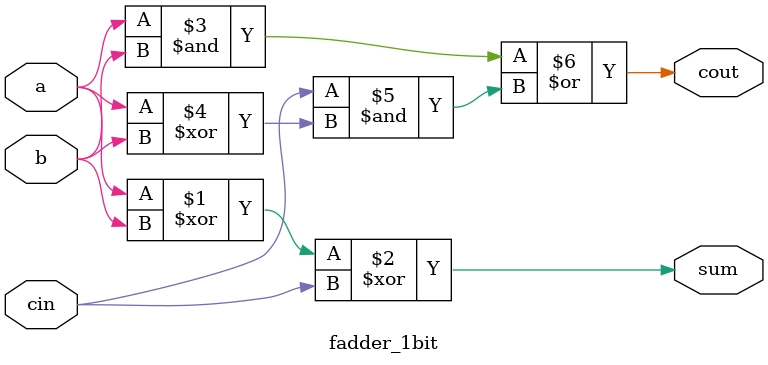
<source format=v>
module top_module( 
  input [2:0] a, b,
  input cin,
  output [2:0] cout,
  output [2:0] sum 
);
  fadder_1bit zero(a[0], b[0], cin, cout[0], sum[0]);
  fadder_1bit one(a[1], b[1], cout[0], cout[1], sum[1]);
  fadder_1bit two(a[2], b[2], cout[1], cout[2], sum[2]);

endmodule

module fadder_1bit(
  input a, b, cin,
  output cout, sum
);

  assign sum = a ^ b ^ cin;
  assign cout = (a & b) | (cin & (a ^ b)); 

endmodule
</source>
